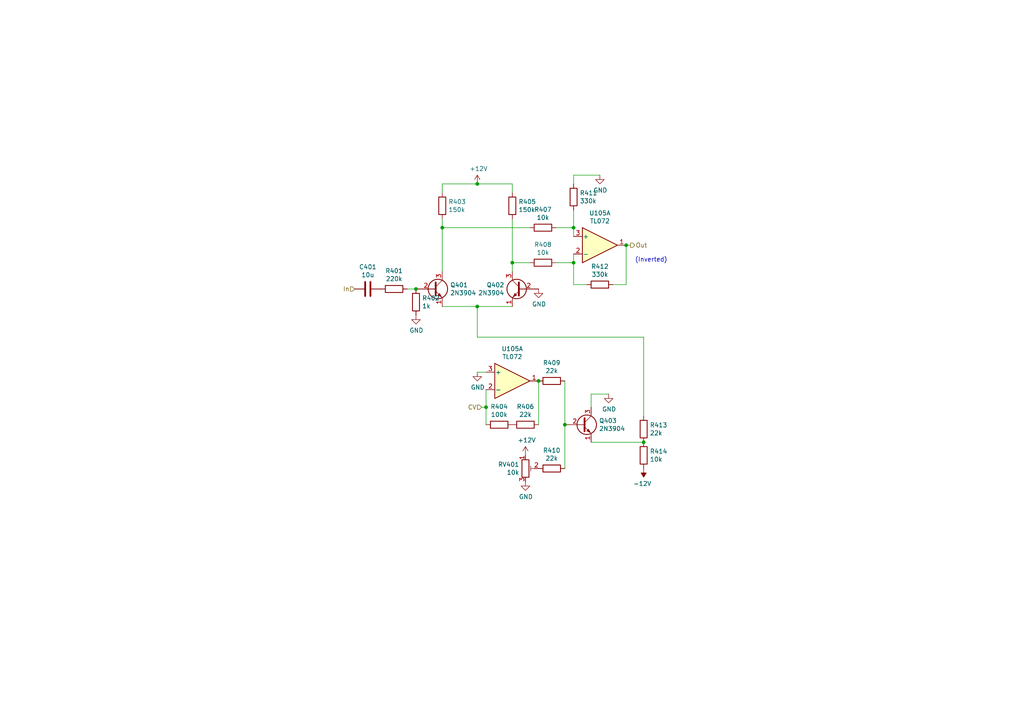
<source format=kicad_sch>
(kicad_sch (version 20211123) (generator eeschema)
  (paper "A4")
  (title_block (title "VCF") (date "2021-07-12") (rev "1.0"))
  (lib_symbols
    (symbol "Amplifier_Operational:TL072" (pin_names (offset 0.127))
      (property "Reference" "U" (at 0 5.08 0))
      (property "Value" "TL072" (at 0 -5.08 0))
      (symbol "TL072_1_1"
        (polyline (pts (xy -5.08 5.08) (xy 5.08 0) (xy -5.08 -5.08) (xy -5.08 5.08)) (stroke (width 0.254)) (fill (type background)))
        (pin output line (at 7.62 0 180) (length 2.54) (name "~") (number "1"))
        (pin input line (at -7.62 -2.54 0) (length 2.54) (name "-") (number "2"))
        (pin input line (at -7.62 2.54 0) (length 2.54) (name "+") (number "3"))
      )
      (symbol "TL072_2_1"
        (polyline (pts (xy -5.08 5.08) (xy 5.08 0) (xy -5.08 -5.08) (xy -5.08 5.08)) (stroke (width 0.254)) (fill (type background)))
        (pin input line (at -7.62 2.54 0) (length 2.54) (name "+") (number "5"))
        (pin input line (at -7.62 -2.54 0) (length 2.54) (name "-") (number "6"))
        (pin output line (at 7.62 0 180) (length 2.54) (name "~") (number "7"))
      )
      (symbol "TL072_3_1"
        (pin power_in line (at -2.54 -7.62 90) (length 3.81) (name "V-") (number "4"))
        (pin power_in line (at -2.54 7.62 270) (length 3.81) (name "V+") (number "8"))
      )
    )
    (symbol "Device:C" (pin_numbers hide) (pin_names (offset 0.254))
      (property "Reference" "C" (at 0.635 2.54 0))
      (property "Value" "C" (at 0.635 -2.54 0))
      (symbol "C_0_1"
        (polyline (pts (xy -2.032 -0.762) (xy 2.032 -0.762)) (stroke (width 0.508)))
        (polyline (pts (xy -2.032 0.762) (xy 2.032 0.762)) (stroke (width 0.508)))
      )
      (symbol "C_1_1"
        (pin passive line (at 0 3.81 270) (length 2.794) (name "~") (number "1"))
        (pin passive line (at 0 -3.81 90) (length 2.794) (name "~") (number "2"))
      )
    )
    (symbol "Device:R" (pin_numbers hide) (pin_names (offset 0))
      (property "Reference" "R" (at 2.032 0 90))
      (property "Value" "R" (at 0 0 90))
      (symbol "R_0_1"
        (rectangle (start -1.016 -2.54) (end 1.016 2.54) (stroke (width 0.254)))
      )
      (symbol "R_1_1"
        (pin passive line (at 0 3.81 270) (length 1.27) (name "~") (number "1"))
        (pin passive line (at 0 -3.81 90) (length 1.27) (name "~") (number "2"))
      )
    )
    (symbol "Device:R_Potentiometer_Trim" (pin_names (offset 1.016) hide)
      (property "Reference" "RV" (at -4.445 0 90))
      (property "Value" "R_Potentiometer_Trim" (at -2.54 0 90))
      (symbol "R_Potentiometer_Trim_0_1"
        (polyline (pts (xy 1.524 0.762) (xy 1.524 -0.762)))
        (polyline (pts (xy 2.54 0) (xy 1.524 0)))
        (rectangle (start 1.016 2.54) (end -1.016 -2.54) (stroke (width 0.254)))
      )
      (symbol "R_Potentiometer_Trim_1_1"
        (pin passive line (at 0 3.81 270) (length 1.27) (name "1") (number "1"))
        (pin passive line (at 3.81 0 180) (length 1.27) (name "2") (number "2"))
        (pin passive line (at 0 -3.81 90) (length 1.27) (name "3") (number "3"))
      )
    )
    (symbol "Transistor_BJT:2N3904" (pin_names (offset 0) hide)
      (property "Reference" "Q" (at 5.08 1.905 0))
      (property "Value" "2N3904" (at 5.08 0 0))
      (symbol "2N3904_0_1"
        (polyline (pts (xy 0.635 0.635) (xy 2.54 2.54)))
        (polyline (pts (xy 0.635 -0.635) (xy 2.54 -2.54) (xy 2.54 -2.54)))
        (polyline (pts (xy 0.635 1.905) (xy 0.635 -1.905) (xy 0.635 -1.905)) (stroke (width 0.508)))
        (polyline (pts (xy 1.27 -1.778) (xy 1.778 -1.27) (xy 2.286 -2.286) (xy 1.27 -1.778) (xy 1.27 -1.778)) (fill (type outline)))
        (circle (center 1.27 0) (radius 2.8194) (stroke (width 0.254)))
      )
      (symbol "2N3904_1_1"
        (pin passive line (at 2.54 -5.08 90) (length 2.54) (name "E") (number "1"))
        (pin passive line (at -5.08 0 0) (length 5.715) (name "B") (number "2"))
        (pin passive line (at 2.54 5.08 270) (length 2.54) (name "C") (number "3"))
      )
    )
    (symbol "power:+12V" (power) (pin_names (offset 0))
      (property "Value" "+12V" (at 0 3.556 0))
      (symbol "+12V_0_1"
        (polyline (pts (xy -0.762 1.27) (xy 0 2.54)))
        (polyline (pts (xy 0 0) (xy 0 2.54)))
        (polyline (pts (xy 0 2.54) (xy 0.762 1.27)))
      )
      (symbol "+12V_1_1"
        (pin power_in line (at 0 0 90) (length 0) hide (name "+12V") (number "1"))
      )
    )
    (symbol "power:-12V" (power) (pin_names (offset 0))
      (property "Value" "-12V" (at 0 3.81 0))
      (symbol "-12V_0_0"
        (pin power_in line (at 0 0 90) (length 0) hide (name "-12V") (number "1"))
      )
      (symbol "-12V_0_1"
        (polyline (pts (xy 0 0) (xy 0 1.27) (xy 0.762 1.27) (xy 0 2.54) (xy -0.762 1.27) (xy 0 1.27)) (fill (type outline)))
      )
    )
    (symbol "power:GND" (power) (pin_names (offset 0))
      (property "Value" "GND" (at 0 -3.81 0))
      (symbol "GND_0_1"
        (polyline (pts (xy 0 0) (xy 0 -1.27) (xy 1.27 -1.27) (xy 0 -2.54) (xy -1.27 -1.27) (xy 0 -1.27)))
      )
      (symbol "GND_1_1"
        (pin power_in line (at 0 0 270) (length 0) hide (name "GND") (number "1"))
      )
    )
  )
  (junction (at 138.43 88.9))
  (junction (at 140.97 118.11))
  (junction (at 181.61 71.12))
  (junction (at 128.27 66.04))
  (junction (at 166.37 76.2))
  (junction (at 186.69 128.27))
  (junction (at 148.59 76.2))
  (junction (at 156.21 110.49))
  (junction (at 166.37 66.04))
  (junction (at 163.83 123.19))
  (junction (at 120.65 83.82))
  (junction (at 138.43 53.34))
  (wire (pts (xy 138.43 53.34) (xy 148.59 53.34)))
  (wire (pts (xy 138.43 107.95) (xy 140.97 107.95)))
  (wire (pts (xy 166.37 66.04) (xy 166.37 68.58)))
  (wire (pts (xy 148.59 53.34) (xy 148.59 55.88)))
  (wire (pts (xy 128.27 55.88) (xy 128.27 53.34)))
  (wire (pts (xy 128.27 88.9) (xy 138.43 88.9)))
  (wire (pts (xy 148.59 76.2) (xy 148.59 78.74)))
  (wire (pts (xy 186.69 97.79) (xy 138.43 97.79)))
  (wire (pts (xy 128.27 53.34) (xy 138.43 53.34)))
  (wire (pts (xy 171.45 114.3) (xy 176.53 114.3)))
  (wire (pts (xy 166.37 76.2) (xy 166.37 82.55)))
  (wire (pts (xy 148.59 76.2) (xy 153.67 76.2)))
  (wire (pts (xy 166.37 53.34) (xy 166.37 50.8)))
  (wire (pts (xy 161.29 76.2) (xy 166.37 76.2)))
  (wire (pts (xy 163.83 110.49) (xy 163.83 123.19)))
  (wire (pts (xy 140.97 118.11) (xy 140.97 123.19)))
  (wire (pts (xy 118.11 83.82) (xy 120.65 83.82)))
  (wire (pts (xy 140.97 113.03) (xy 140.97 118.11)))
  (wire (pts (xy 166.37 73.66) (xy 166.37 76.2)))
  (wire (pts (xy 161.29 66.04) (xy 166.37 66.04)))
  (wire (pts (xy 171.45 118.11) (xy 171.45 114.3)))
  (wire (pts (xy 181.61 82.55) (xy 181.61 71.12)))
  (wire (pts (xy 138.43 88.9) (xy 148.59 88.9)))
  (wire (pts (xy 128.27 66.04) (xy 128.27 78.74)))
  (wire (pts (xy 163.83 123.19) (xy 163.83 135.89)))
  (wire (pts (xy 166.37 60.96) (xy 166.37 66.04)))
  (wire (pts (xy 138.43 88.9) (xy 138.43 97.79)))
  (wire (pts (xy 171.45 128.27) (xy 186.69 128.27)))
  (wire (pts (xy 156.21 123.19) (xy 156.21 110.49)))
  (wire (pts (xy 186.69 120.65) (xy 186.69 97.79)))
  (wire (pts (xy 148.59 63.5) (xy 148.59 76.2)))
  (wire (pts (xy 181.61 71.12) (xy 182.88 71.12)))
  (wire (pts (xy 166.37 50.8) (xy 173.99 50.8)))
  (wire (pts (xy 139.7 118.11) (xy 140.97 118.11)))
  (wire (pts (xy 177.8 82.55) (xy 181.61 82.55)))
  (wire (pts (xy 128.27 63.5) (xy 128.27 66.04)))
  (wire (pts (xy 166.37 82.55) (xy 170.18 82.55)))
  (wire (pts (xy 128.27 66.04) (xy 153.67 66.04)))
  (text "(Inverted)" (at 184.15 76.2 0) (effects (font (size 1.27 1.27)) (justify left bottom)))
  (hierarchical_label "In" (shape input) (at 102.87 83.82 180))
  (hierarchical_label "CV" (shape input) (at 139.7 118.11 180))
  (hierarchical_label "Out" (shape output) (at 182.88 71.12 0))
  (symbol (lib_id "Amplifier_Operational:TL072") (at 148.59 110.49 0)
    (property "Reference" "U105" (at 148.59 101.1682 0))
    (property "Value" "TL072" (at 148.59 103.4796 0))
    (property "Footprint" "Package_DIP:DIP-8_W7.62mm_Socket" (effects hide))
    (property "Datasheet" "http://www.ti.com/lit/ds/symlink/tl071.pdf" (effects hide))
  )
  (symbol (lib_id "Transistor_BJT:2N3904") (at 168.91 123.19 0)
    (property "Reference" "Q403" (at 173.736 122.0216 0) (effects (justify left)))
    (property "Value" "2N3904" (at 173.736 124.333 0) (effects (justify left)))
    (property "Footprint" "Package_TO_SOT_THT:TO-92_Wide" (effects hide))
    (property "Datasheet" "https://www.onsemi.com/pub/Collateral/2N3903-D.PDF" (effects hide))
  )
  (symbol (lib_id "power:GND") (at 120.65 91.44 0)
    (property "Reference" "#PWR0401" (effects hide))
    (property "Value" "GND" (at 120.777 95.8342 0))
  )
  (symbol (lib_id "Device:R") (at 114.3 83.82 90)
    (property "Reference" "R401" (at 114.3 78.5622 90))
    (property "Value" "220k" (at 114.3 80.8736 90))
    (property "Footprint" "Resistor_THT:R_Axial_DIN0207_L6.3mm_D2.5mm_P7.62mm_Horizontal" (effects hide))
  )
  (symbol (lib_id "Device:C") (at 106.68 83.82 90)
    (property "Reference" "C401" (at 106.68 77.4192 90))
    (property "Value" "10u" (at 106.68 79.7306 90))
    (property "Footprint" "Capacitor_THT:C_Disc_D5.0mm_W2.5mm_P5.00mm" (effects hide))
  )
  (symbol (lib_id "Device:R") (at 148.59 59.69 180)
    (property "Reference" "R405" (at 150.368 58.5216 0) (effects (justify right)))
    (property "Value" "150k" (at 150.368 60.833 0) (effects (justify right)))
    (property "Footprint" "Resistor_THT:R_Axial_DIN0207_L6.3mm_D2.5mm_P7.62mm_Horizontal" (effects hide))
  )
  (symbol (lib_id "Device:R") (at 166.37 57.15 180)
    (property "Reference" "R411" (at 168.148 55.9816 0) (effects (justify right)))
    (property "Value" "330k" (at 168.148 58.293 0) (effects (justify right)))
    (property "Footprint" "Resistor_THT:R_Axial_DIN0207_L6.3mm_D2.5mm_P7.62mm_Horizontal" (effects hide))
  )
  (symbol (lib_id "power:GND") (at 173.99 50.8 0)
    (property "Reference" "#PWR0407" (effects hide))
    (property "Value" "GND" (at 174.117 55.1942 0))
  )
  (symbol (lib_id "Device:R") (at 157.48 66.04 90)
    (property "Reference" "R407" (at 157.48 60.7822 90))
    (property "Value" "10k" (at 157.48 63.0936 90))
    (property "Footprint" "Resistor_THT:R_Axial_DIN0207_L6.3mm_D2.5mm_P7.62mm_Horizontal" (effects hide))
  )
  (symbol (lib_id "Device:R") (at 157.48 76.2 90)
    (property "Reference" "R408" (at 157.48 70.9422 90))
    (property "Value" "10k" (at 157.48 73.2536 90))
    (property "Footprint" "Resistor_THT:R_Axial_DIN0207_L6.3mm_D2.5mm_P7.62mm_Horizontal" (effects hide))
  )
  (symbol (lib_id "Device:R") (at 128.27 59.69 180)
    (property "Reference" "R403" (at 130.048 58.5216 0) (effects (justify right)))
    (property "Value" "150k" (at 130.048 60.833 0) (effects (justify right)))
    (property "Footprint" "Resistor_THT:R_Axial_DIN0207_L6.3mm_D2.5mm_P7.62mm_Horizontal" (effects hide))
  )
  (symbol (lib_id "power:+12V") (at 138.43 53.34 0)
    (property "Reference" "#PWR0402" (effects hide))
    (property "Value" "+12V" (at 138.811 48.9458 0))
  )
  (symbol (lib_id "Device:R") (at 186.69 124.46 180)
    (property "Reference" "R413" (at 188.468 123.2916 0) (effects (justify right)))
    (property "Value" "22k" (at 188.468 125.603 0) (effects (justify right)))
    (property "Footprint" "Resistor_THT:R_Axial_DIN0207_L6.3mm_D2.5mm_P7.62mm_Horizontal" (effects hide))
  )
  (symbol (lib_id "Device:R") (at 186.69 132.08 180)
    (property "Reference" "R414" (at 188.468 130.9116 0) (effects (justify right)))
    (property "Value" "10k" (at 188.468 133.223 0) (effects (justify right)))
    (property "Footprint" "Resistor_THT:R_Axial_DIN0207_L6.3mm_D2.5mm_P7.62mm_Horizontal" (effects hide))
  )
  (symbol (lib_id "Device:R_Potentiometer_Trim") (at 152.4 135.89 0)
    (property "Reference" "RV401" (at 150.622 134.7216 0) (effects (justify right)))
    (property "Value" "10k" (at 150.622 137.033 0) (effects (justify right)))
    (property "Footprint" "Potentiometer_THT:Potentiometer_Runtron_RM-065_Vertical" (effects hide))
  )
  (symbol (lib_id "Device:R") (at 144.78 123.19 90)
    (property "Reference" "R404" (at 144.78 117.9322 90))
    (property "Value" "100k" (at 144.78 120.2436 90))
    (property "Footprint" "Resistor_THT:R_Axial_DIN0207_L6.3mm_D2.5mm_P7.62mm_Horizontal" (effects hide))
  )
  (symbol (lib_id "Device:R") (at 152.4 123.19 90)
    (property "Reference" "R406" (at 152.4 117.9322 90))
    (property "Value" "22k" (at 152.4 120.2436 90))
    (property "Footprint" "Resistor_THT:R_Axial_DIN0207_L6.3mm_D2.5mm_P7.62mm_Horizontal" (effects hide))
  )
  (symbol (lib_id "power:GND") (at 138.43 107.95 0)
    (property "Reference" "#PWR0403" (effects hide))
    (property "Value" "GND" (at 138.557 112.3442 0))
  )
  (symbol (lib_id "power:GND") (at 152.4 139.7 0)
    (property "Reference" "#PWR0405" (effects hide))
    (property "Value" "GND" (at 152.527 144.0942 0))
  )
  (symbol (lib_id "power:+12V") (at 152.4 132.08 0)
    (property "Reference" "#PWR0404" (effects hide))
    (property "Value" "+12V" (at 152.781 127.6858 0))
  )
  (symbol (lib_id "Device:R") (at 160.02 135.89 90)
    (property "Reference" "R410" (at 160.02 130.6322 90))
    (property "Value" "22k" (at 160.02 132.9436 90))
    (property "Footprint" "Resistor_THT:R_Axial_DIN0207_L6.3mm_D2.5mm_P7.62mm_Horizontal" (effects hide))
  )
  (symbol (lib_id "Device:R") (at 160.02 110.49 90)
    (property "Reference" "R409" (at 160.02 105.2322 90))
    (property "Value" "22k" (at 160.02 107.5436 90))
    (property "Footprint" "Resistor_THT:R_Axial_DIN0207_L6.3mm_D2.5mm_P7.62mm_Horizontal" (effects hide))
  )
  (symbol (lib_id "power:GND") (at 176.53 114.3 0)
    (property "Reference" "#PWR0408" (effects hide))
    (property "Value" "GND" (at 176.657 118.6942 0))
  )
  (symbol (lib_id "Transistor_BJT:2N3904") (at 125.73 83.82 0)
    (property "Reference" "Q401" (at 130.556 82.6516 0) (effects (justify left)))
    (property "Value" "2N3904" (at 130.556 84.963 0) (effects (justify left)))
    (property "Footprint" "Package_TO_SOT_THT:TO-92_Wide" (effects hide))
    (property "Datasheet" "https://www.onsemi.com/pub/Collateral/2N3903-D.PDF" (effects hide))
  )
  (symbol (lib_id "Transistor_BJT:2N3904") (at 151.13 83.82 0) (mirror y)
    (property "Reference" "Q402" (at 146.2786 82.6516 0) (effects (justify left)))
    (property "Value" "2N3904" (at 146.2786 84.963 0) (effects (justify left)))
    (property "Footprint" "Package_TO_SOT_THT:TO-92_Wide" (effects hide))
    (property "Datasheet" "https://www.onsemi.com/pub/Collateral/2N3903-D.PDF" (effects hide))
  )
  (symbol (lib_id "power:GND") (at 156.21 83.82 0)
    (property "Reference" "#PWR0406" (effects hide))
    (property "Value" "GND" (at 156.337 88.2142 0))
  )
  (symbol (lib_id "Device:R") (at 120.65 87.63 180)
    (property "Reference" "R402" (at 122.428 86.4616 0) (effects (justify right)))
    (property "Value" "1k" (at 122.428 88.773 0) (effects (justify right)))
    (property "Footprint" "Resistor_THT:R_Axial_DIN0207_L6.3mm_D2.5mm_P7.62mm_Horizontal" (effects hide))
  )
  (symbol (lib_id "Amplifier_Operational:TL072") (at 173.99 71.12 0)
    (property "Reference" "U105" (at 173.99 61.7982 0))
    (property "Value" "TL072" (at 173.99 64.1096 0))
    (property "Footprint" "Package_DIP:DIP-8_W7.62mm_Socket" (effects hide))
    (property "Datasheet" "http://www.ti.com/lit/ds/symlink/tl071.pdf" (effects hide))
  )
  (symbol (lib_id "Device:R") (at 173.99 82.55 90)
    (property "Reference" "R412" (at 173.99 77.2922 90))
    (property "Value" "330k" (at 173.99 79.6036 90))
    (property "Footprint" "Resistor_THT:R_Axial_DIN0207_L6.3mm_D2.5mm_P7.62mm_Horizontal" (effects hide))
  )
  (symbol (lib_id "power:-12V") (at 186.69 135.89 180)
    (property "Reference" "#PWR0409" (effects hide))
    (property "Value" "-12V" (at 186.309 140.2842 0))
  )
)
</source>
